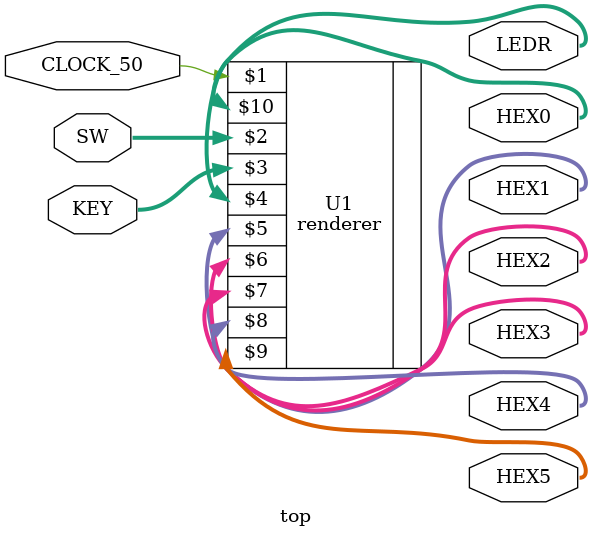
<source format=v>

module top (CLOCK_50, SW, KEY, HEX0, HEX1, HEX2, HEX3, HEX4, HEX5, LEDR);

    input CLOCK_50;             // DE-series 50 MHz clock signal
    input wire [9:0] SW;        // DE-series switches
    input wire [3:0] KEY;       // DE-series pushbuttons

    output wire [6:0] HEX0;     // DE-series HEX displays
    output wire [6:0] HEX1;
    output wire [6:0] HEX2;
    output wire [6:0] HEX3;
    output wire [6:0] HEX4;
    output wire [6:0] HEX5;

    output wire [9:0] LEDR;     // DE-series LEDs   

    renderer U1 (CLOCK_50, SW[9:0], KEY[3:0], HEX0[6:0], HEX1[6:0], HEX2[6:0], HEX3[6:0], HEX4[6:0], HEX5[6:0],  LEDR);

endmodule


</source>
